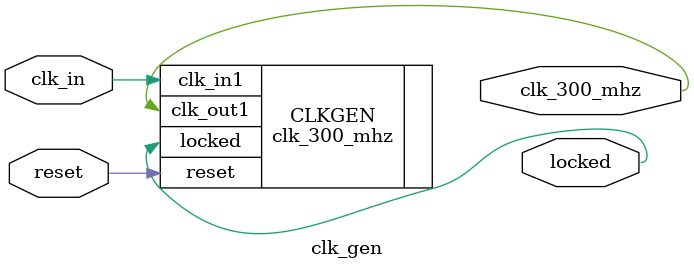
<source format=v>
`timescale 1ns / 1ps
`include "define.v"


module clk_gen(
    clk_in, 
    clk_300_mhz, 
    reset,
    locked
    );

input clk_in; // 100MHz
output clk_300_mhz;
output locked;
input reset;

clk_300_mhz CLKGEN(
  .clk_out1(clk_300_mhz),
  .reset(reset),
  .locked(locked),
  .clk_in1(clk_in)
 );
 
endmodule

</source>
